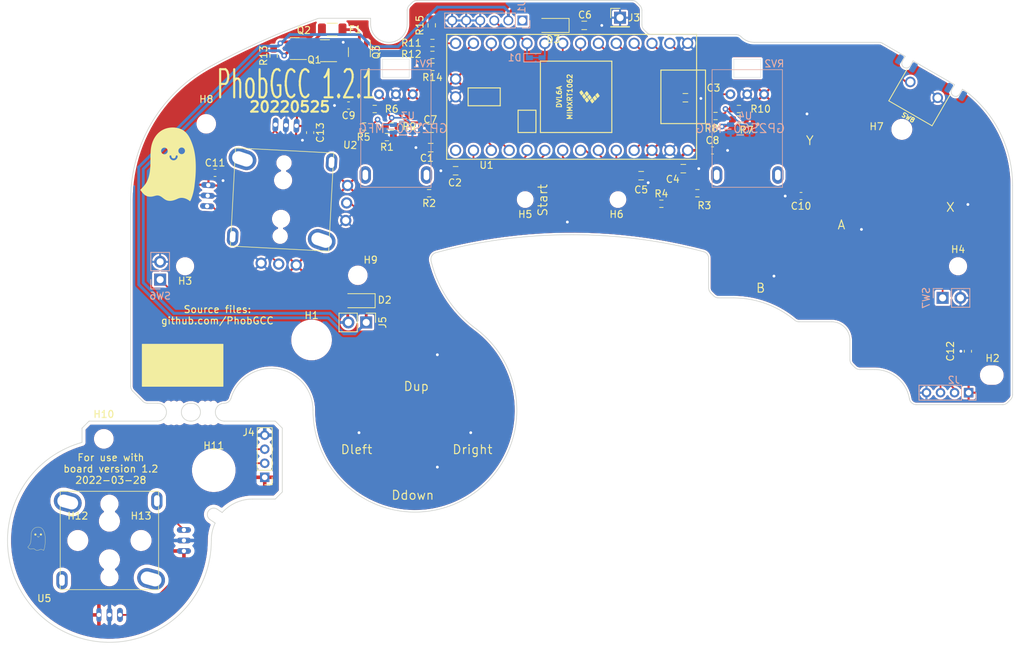
<source format=kicad_pcb>
(kicad_pcb (version 20211014) (generator pcbnew)
  (layers (0 "F.Cu" signal) (31 "B.Cu" signal) (36 "B.SilkS" user "B.Silkscreen") (37 "F.SilkS" user "F.Silkscreen") (38 "B.Mask" user) (39 "F.Mask" user) (44 "Edge.Cuts" user))
  (net 0 "")
  (net 1 "GND")
  (net 2 "+3V3")
  (net 3 "/C_x")
  (net 4 "/C_y")
  (net 5 "/A")
  (net 6 "/B")
  (net 7 "/X")
  (net 8 "/Y")
  (net 9 "/R")
  (net 10 "/Start")
  (net 11 "/Z")
  (net 12 "/Dleft")
  (net 13 "/Dup")
  (net 14 "/Dright")
  (net 15 "/Ddown")
  (net 16 "/Lanalog")
  (net 17 "/Ranalog")
  (net 18 "/Stick_x")
  (net 19 "/Stick_y")
  (net 20 "/L")
  (net 21 "/Stick_x_filt")
  (net 22 "/Stick_y_filt")
  (net 23 "+5V")
  (net 25 "/Rumble")
  (net 27 "/C_x_filt")
  (net 28 "/C_y_filt")
  (net 29 "Net-(R5-Pad2)")
  (net 30 "Net-(R6-Pad2)")
  (net 31 "Net-(R7-Pad2)")
  (net 32 "Net-(Q1-Pad1)")
  (net 33 "Net-(R10-Pad2)")
  (net 34 "Net-(C6-Pad1)")
  (net 35 "Net-(F1-Pad2)")
  (net 36 "Net-(Q1-Pad3)")
  (net 37 "/Brake")
  (net 38 "Net-(Q3-Pad1)")
  (net 39 "Net-(D2-Pad2)")
  (net 40 "/Data")
  (net 42 "Net-(D1-Pad2)")
  (net 43 "VCC")
  (net 44 "Net-(J4-Pad2)")
  (net 45 "Net-(J4-Pad3)")
  (footprint "PhobGCC_Footprints:ABXY_Contact_Omron_Switch" (layer "F.Cu") (at 153.85 78.35)
    (fp_text reference "SW1" hide)
    (fp_text value "A")
  )
  (footprint "PhobGCC_Footprints:ABXY_Contact_Omron_Switch" (layer "F.Cu") (at 138.65 86.05 41)
    (fp_text reference "SW2" hide)
    (fp_text value "B")
  )
  (footprint "PhobGCC_Footprints:Z_Switch_Edge" (layer "F.Cu") (at 162.751443 62.775 -30)
    (fp_text reference "SW8")
    (fp_text value "1825027-5")
  )
  (footprint "PhobGCC_Footprints:Dpad_Contact_TL3315NF_2" (layer "F.Cu") (at 82.35 108.4 180)
    (fp_text reference "SW9" hide)
    (fp_text value "Dleft")
  )
  (footprint "PhobGCC_Footprints:Dpad_Contact_TL3315NF_2" (layer "F.Cu") (at 90.3 100.45 -90)
    (fp_text reference "SW10" hide)
    (fp_text value "Dup")
  )
  (footprint "PhobGCC_Footprints:Dpad_Contact_TL3315NF_2" (layer "F.Cu") (at 98.25 108.4 180)
    (fp_text reference "SW11" hide)
    (fp_text value "Dright")
  )
  (footprint "PhobGCC_Footprints:Dpad_Contact_TL3315NF_2" (layer "F.Cu") (at 90.3 116.35 -90)
    (fp_text reference "SW12" hide)
    (fp_text value "Ddown")
  )
  (footprint "Capacitor_SMD:C_0603_1608Metric_Pad1.08x0.95mm_HandSolder" (layer "F.Cu") (at 61.8625 74.6)
    (fp_text reference "C11")
    (fp_text value "1u")
  )
  (footprint "PhobGCC_Footprints:GCC_Stickbox_2" (layer "F.Cu") (at 71.405083 78.398232 -3)
    (fp_text reference "U2")
    (fp_text value "2x DRV5053CAQLPGM Hall Effect Sensors")
  )
  (footprint "Capacitors_SMD:C_0603_HandSoldering" (layer "F.Cu") (at 96.1 74.3 180)
    (fp_text reference "C2")
    (fp_text value "0.047u")
  )
  (footprint "Capacitors_SMD:C_0603_HandSoldering" (layer "F.Cu") (at 92.55 71 180)
    (fp_text reference "C1")
    (fp_text value "0.047u")
  )
  (footprint "Capacitors_SMD:C_0603_HandSoldering" (layer "F.Cu") (at 92.6 68.25 180)
    (fp_text reference "C7")
    (fp_text value "0.047u")
  )
  (footprint "Capacitors_SMD:C_0603_HandSoldering" (layer "F.Cu") (at 128.8 63.9)
    (fp_text reference "C3")
    (fp_text value "0.047u")
  )
  (footprint "Capacitors_SMD:C_0603_HandSoldering" (layer "F.Cu") (at 128.5 74)
    (fp_text reference "C4")
    (fp_text value "0.047u")
  )
  (footprint "PhobGCC_Footprints:Start_Contact" (layer "F.Cu") (at 112.6 78.45)
    (fp_text reference "SW5" hide)
    (fp_text value "Start")
  )
  (footprint "PhobGCC_Footprints:ABXY_Contact_Omron_Switch" (layer "F.Cu") (at 149.85 64.25 -63)
    (fp_text reference "SW4" hide)
    (fp_text value "Y")
  )
  (footprint "Connector_PinHeader_2.54mm:PinHeader_1x01_P2.54mm_Vertical" (layer "F.Cu") (at 119.5 52.5)
    (fp_text reference "J3")
    (fp_text value "Conn_01x01_Male")
  )
  (footprint "teensy:Teensy40_Edge_Pins" (layer "F.Cu") (at 112.61 63.77 180)
    (fp_text reference "U1")
    (fp_text value "Teensy4.0")
  )
  (footprint "PhobGCC_Footprints:MountingHole_5.2mm" (layer "F.Cu") (at 75.6 98.4)
    (fp_text reference "H1")
    (fp_text value "5.2mm")
  )
  (footprint "PhobGCC_Footprints:MountingHole_2.0mm" (layer "F.Cu") (at 57.6 87.9)
    (fp_text reference "H3")
    (fp_text value "2mm")
  )
  (footprint "PhobGCC_Footprints:MountingHole_1.8mm" (layer "F.Cu") (at 106 78.4)
    (fp_text reference "H5")
    (fp_text value "1.8mm")
  )
  (footprint "PhobGCC_Footprints:MountingHole_1.8mm" (layer "F.Cu") (at 119.2 78.4)
    (fp_text reference "H6")
    (fp_text value "1.8mm")
  )
  (footprint "PhobGCC_Footprints:MountingHole_2.4mm" (layer "F.Cu") (at 159.6 68.4)
    (fp_text reference "H7")
    (fp_text value "2.4mm")
  )
  (footprint "PhobGCC_Footprints:MountingHole_2.0mm" (layer "F.Cu") (at 167.6 87.9)
    (fp_text reference "H4")
    (fp_text value "2mm")
  )
  (footprint "PhobGCC_Footprints:MountingHole_2.2mm" (layer "F.Cu") (at 60.616622 67.616621)
    (fp_text reference "H8")
    (fp_text value "2.2mm")
  )
  (footprint "PhobGCC_Footprints:ABXY_Contact_Omron_Switch" (layer "F.Cu") (at 168.15 74.95 12)
    (fp_text reference "SW3" hide)
    (fp_text value "X")
  )
  (footprint "PhobGCC_Footprints:Slot" (layer "F.Cu") (at 172.4 103.4)
    (fp_text reference "H2")
    (fp_text value "Slot")
  )
  (footprint "PhobGCC_Footprints:MountingHole_2.2mm" (layer "F.Cu") (at 82.183378 89.183378)
    (fp_text reference "H9")
    (fp_text value "2.2mm")
  )
  (footprint "Capacitors_SMD:C_0603_HandSoldering" (layer "F.Cu") (at 122.5 75)
    (fp_text reference "C5")
    (fp_text value "0.047u")
  )
  (footprint "Resistor_SMD:R_0603_1608Metric_Pad0.98x0.95mm_HandSolder" (layer "F.Cu") (at 92.325 77.5 180)
    (fp_text reference "R2")
    (fp_text value "2k")
  )
  (footprint "Resistor_SMD:R_0603_1608Metric_Pad0.98x0.95mm_HandSolder" (layer "F.Cu") (at 86.325 69.5 180)
    (fp_text reference "R1")
    (fp_text value "2k")
  )
  (footprint "Capacitors_SMD:C_0603_HandSoldering" (layer "F.Cu") (at 114.4 53.6)
    (fp_text reference "C6")
    (fp_text value "10u")
  )
  (footprint "Capacitor_SMD:C_0603_1608Metric_Pad1.08x0.95mm_HandSolder" (layer "F.Cu") (at 132.65 71.4)
    (fp_text reference "C8")
    (fp_text value "1u")
  )
  (footprint "Capacitor_SMD:C_0603_1608Metric_Pad1.08x0.95mm_HandSolder" (layer "F.Cu") (at 169 100 90)
    (fp_text reference "C12")
    (fp_text value "1u")
  )
  (footprint "Capacitor_SMD:C_0603_1608Metric_Pad1.08x0.95mm_HandSolder" (layer "F.Cu") (at 145.25 77.9 180)
    (fp_text reference "C10")
    (fp_text value "1u")
  )
  (footprint "Resistor_SMD:R_1206_3216Metric" (layer "F.Cu") (at 78.5375 54.2)
    (fp_text reference "F1")
    (fp_text value "Fuse")
  )
  (footprint "Resistor_SMD:R_0603_1608Metric_Pad0.98x0.95mm_HandSolder" (layer "F.Cu") (at 92.8 59.5)
    (fp_text reference "R14")
    (fp_text value "10k")
  )
  (footprint "Resistor_SMD:R_0603_1608Metric_Pad0.98x0.95mm_HandSolder" (layer "F.Cu") (at 136.4125 67 180)
    (fp_text reference "R7")
    (fp_text value "DNP")
  )
  (footprint "Capacitor_SMD:C_0603_1608Metric_Pad1.08x0.95mm_HandSolder" (layer "F.Cu") (at 75.4 68.8625 -90)
    (fp_text reference "C13")
    (fp_text value "1u")
  )
  (footprint "PhobGCC_Footprints:mouse-bite-2.54mm-slot" (layer "F.Cu") (at 58.341 107.407)
    (fp_text reference "H15" hide)
    (fp_text value "MouseBite" hide)
    (fp_arc (start -4.66 0) (mid -3.39 1.27) (end -4.66 2.54) (layer "Edge.Cuts") (width 0.1))
    (fp_arc (start 0 2.54) (mid -1.27 1.27) (end 0 0) (layer "Edge.Cuts") (width 0.1))
  )
  (footprint "Diode_SMD:D_SOD-123" (layer "F.Cu") (at 110 53.6 180)
    (fp_text reference "D3")
    (fp_text value "M7C")
  )
  (footprint "Resistor_SMD:R_0603_1608Metric_Pad0.98x0.95mm_HandSolder" (layer "F.Cu") (at 130.5 77.5)
    (fp_text reference "R3")
    (fp_text value "2k")
  )
  (footprint "PhobGCC_Footprints:mouse-bite-2.54mm-slot" (layer "F.Cu") (at 63.177448 107.407107)
    (fp_text reference "H14" hide)
    (fp_text value "MouseBite" hide)
    (fp_arc (start -4.66 0) (mid -3.39 1.27) (end -4.66 2.54) (layer "Edge.Cuts") (width 0.1))
    (fp_arc (start 0 2.54) (mid -1.27 1.27) (end 0 0) (layer "Edge.Cuts") (width 0.1))
  )
  (footprint "Connector_PinHeader_2.00mm:PinHeader_1x04_P2.00mm_Vertical" (layer "F.Cu") (at 68.934 117.951 180)
    (fp_text reference "J4")
    (fp_text value "Conn_01x04_Male")
  )
  (footprint "Resistor_SMD:R_0603_1608Metric_Pad0.98x0.95mm_HandSolder" (layer "F.Cu") (at 125.375 79)
    (fp_text reference "R4")
    (fp_text value "2k")
  )
  (footprint "Resistor_SMD:R_0603_1608Metric_Pad0.98x0.95mm_HandSolder" (layer "F.Cu") (at 133.0875 66.5 180)
    (fp_text reference "R8")
    (fp_text value "DNP")
  )
  (footprint "Package_TO_SOT_SMD:SOT-23" (layer "F.Cu") (at 82.4 57.4 -90)
    (fp_text reference "Q3")
    (fp_text value "Q_NMOS_GSD")
  )
  (footprint "Resistor_SMD:R_0603_1608Metric_Pad0.98x0.95mm_HandSolder" (layer "F.Cu") (at 70.2 57.9 90)
    (fp_text reference "R13")
    (fp_text value "10k")
  )
  (footprint "Capacitor_SMD:C_0603_1608Metric_Pad1.08x0.95mm_HandSolder" (layer "F.Cu") (at 80.8625 65 180)
    (fp_text reference "C9")
    (fp_text value "1u")
  )
  (footprint "Resistor_SMD:R_0603_1608Metric_Pad0.98x0.95mm_HandSolder" (layer "F.Cu") (at 83.0875 68)
    (fp_text reference "R5")
    (fp_text value "DNP")
  )
  (footprint "Resistor_SMD:R_0603_1608Metric_Pad0.98x0.95mm_HandSolder" (layer "F.Cu") (at 92.7 53.5875 -90)
    (fp_text reference "R15")
    (fp_text value "10k")
  )
  (footprint "Connector_PinHeader_2.54mm:PinHeader_1x02_P2.54mm_Vertical" (layer "F.Cu") (at 83.375 95.9 -90)
    (fp_text reference "J5")
    (fp_text value "Conn_01x02_Male")
  )
  (footprint "PhobGCC_Footprints:Ghost Logo 2" (layer "F.Cu") (at 55.4 73.5)
    (fp_text reference "G***" hide)
    (fp_text value "LOGO" hide)
  )
  (footprint "Resistor_SMD:R_0603_1608Metric_Pad0.98x0.95mm_HandSolder" (layer "F.Cu") (at 84.5875 65.5)
    (fp_text reference "R6")
    (fp_text value "DNP")
  )
  (footprint "PhobGCC_Footprints:GCC_Stickbox_Hall_Only" (layer "F.Cu") (at 46.834 126.951 180)
    (fp_text reference "U5")
    (fp_text value "Stickbox_Assembly")
  )
  (footprint "PhobGCC_Footprints:MountingHole_5.2mm" (layer "F.Cu") (at 61.684 116.951)
    (fp_text reference "H11")
    (fp_text value "MountingHole")
  )
  (footprint "Package_TO_SOT_SMD:SOT-23" (layer "F.Cu") (at 77.5 57.2 180)
    (fp_text reference "Q1")
    (fp_text value "Q_NMOS_GSD")
  )
  (footprint "Diode_SMD:D_SOD-123" (layer "F.Cu") (at 82.4 92.8 180)
    (fp_text reference "D2")
    (fp_text value "M7C")
  )
  (footprint "PhobGCC_Footprints:MountingHole_2.0mm" (layer "F.Cu") (at 51.334 126.951)
    (fp_text reference "H13")
    (fp_text value "MountingHole")
  )
  (footprint "Resistor_SMD:R_0603_1608Metric_Pad0.98x0.95mm_HandSolder" (layer "F.Cu") (at 92.8 56.1 180)
    (fp_text reference "R11")
    (fp_text value "100R")
  )
  (footprint "Resistor_SMD:R_0603_1608Metric_Pad0.98x0.95mm_HandSolder" (layer "F.Cu") (at 136.4125 65.5 180)
    (fp_text reference "R10")
    (fp_text value "DNP")
  )
  (footprint "Gamecube MB:Ghost Logo Small" (layer "F.Cu") (at 36.534 126.751)
    (fp_text reference "G***" hide)
    (fp_text value "LOGO" hide)
  )
  (footprint "PhobGCC_Footprints:MountingHole_2.0mm" (layer "F.Cu") (at 42.334 126.951)
    (fp_text reference "H12")
    (fp_text value "MountingHole")
  )
  (footprint "PhobGCC_Footprints:MountingHole_1.8mm" (layer "F.Cu") (at 46.034 112.476)
    (fp_text reference "H10")
    (fp_text value "MountingHole")
  )
  (footprint "Resistor_SMD:R_0603_1608Metric_Pad0.98x0.95mm_HandSolder" (layer "F.Cu") (at 87 68)
    (fp_text reference "R9")
    (fp_text value "DNP")
  )
  (footprint "Package_TO_SOT_SMD:SOT-23" (layer "F.Cu") (at 73.2 56.9 180)
    (fp_text reference "Q2")
    (fp_text value "Q_PMOS_GDS")
  )
  (footprint "Resistor_SMD:R_0603_1608Metric_Pad0.98x0.95mm_HandSolder" (layer "F.Cu") (at 92.8 57.8 180)
    (fp_text reference "R12")
    (fp_text value "100R")
  )
  (footprint "Pin_Headers:Pin_Header_Straight_1x02_Pitch2.54mm" (layer "B.Cu") (at 54.05 89.8)
    (fp_text reference "SW6")
    (fp_text value "L")
  )
  (footprint "Pin_Headers:Pin_Header_Straight_1x02_Pitch2.54mm" (layer "B.Cu") (at 165.4 92.4 -90)
    (fp_text reference "SW7")
    (fp_text value "R")
  )
  (footprint "PhobGCC_Footprints:GCC_Slider" (layer "B.Cu") (at 137.6 63.4 180)
    (fp_text reference "RV2")
    (fp_text value "R_POT_MountingPin")
  )
  (footprint "PhobGCC_Footprints:GCC_Slider" (layer "B.Cu") (at 87.6 63.4 180)
    (fp_text reference "RV1")
    (fp_text value "R_POT_MountingPin")
  )
  (footprint "Pin_Headers:Pin_Header_Straight_1x04_Pitch2.00mm" (layer "B.Cu") (at 169.1 105.9 90)
    (fp_text reference "J2")
    (fp_text value "Conn_01x04_Female")
  )
  (footprint "PhobGCC_Footprints:GCC_Header_Straight_1x06_Pitch2.00mm" (layer "B.Cu") (at 105.6 52.9 90)
    (fp_text reference "J1")
    (fp_text value "Conn_01x06_Female")
  )
  (footprint "Gamecube MB:D_SOD-523_Shorted" (layer "B.Cu") (at 107.5 58.2)
    (fp_text reference "D1")
    (fp_text value "D_Schottky_Shorted")
  )
  (footprint "PhobGCC_Footprints:Sharp_Microelectronics-GP2S60-MFG" (layer "B.Cu") (at 88.6 68.275 180)
    (fp_text reference "U3")
    (fp_text value "GP2S60-MFG")
  )
  (footprint "PhobGCC_Footprints:Sharp_Microelectronics-GP2S60-MFG" (layer "B.Cu") (at 136.6 68.275 180)
    (fp_text reference "U4")
    (fp_text value "GP2S60-MFG")
  )
  (gr_poly (pts (xy 63 105) (xy 51.5 105) (xy 51.5 99) (xy 63 99)) (layer "F.SilkS") (width 0.1) (fill solid))
  (gr_line (start 85.7 61) (end 85.7 58.4) (layer "Edge.Cuts") (width 0.05))
  (gr_line (start 135.7 61) (end 135.7 58.4) (layer "Edge.Cuts") (width 0.05))
  (gr_line (start 161.660995 107.607107) (end 173.942892 107.607107) (layer "Edge.Cuts") (width 0.1))
  (gr_line (start 166.697895 62.732132) (end 167.096672 62.038607) (layer "Edge.Cuts") (width 0.1))
  (gr_arc (start 52.271319 107.407107) (mid 51.888636 107.330986) (end 51.564213 107.114213) (layer "Edge.Cuts") (width 0.1))
  (gr_line (start 53.681 107.407) (end 52.271319 107.407107) (layer "Edge.Cuts") (width 0.1))
  (gr_line (start 152.207106 98.407107) (end 152.207106 101.192893) (layer "Edge.Cuts") (width 0.1))
  (gr_line (start 153.621319 102.607107) (end 155.744915 102.607107) (layer "Edge.Cuts") (width 0.1))
  (gr_line (start 71.434 110.951) (end 70.433 109.947107) (layer "Edge.Cuts") (width 0.1))
  (gr_line (start 160.074731 58.000991) (end 156.838573 56.1402) (layer "Edge.Cuts") (width 0.1))
  (gr_arc (start 167.824873 63.380144) (mid 166.937378 63.619627) (end 166.697895 62.732132) (layer "Edge.Cuts") (width 0.1))
  (gr_line (start 135.7 58.4) (end 139.5 58.4) (layer "Edge.Cuts") (width 0.05))
  (gr_arc (start 49.857105 78.407105) (mid 52.89857 67.369144) (end 61.164446 59.446874) (layer "Edge.Cuts") (width 0.1))
  (gr_line (start 174.649999 107.314213) (end 175.064212 106.9) (layer "Edge.Cuts") (width 0.1))
  (gr_line (start 161.201709 58.649003) (end 160.802932 59.342529) (layer "Edge.Cuts") (width 0.1))
  (gr_line (start 89.5 61) (end 85.7 61) (layer "Edge.Cuts") (width 0.05))
  (gr_arc (start 131.359616 85.813703) (mid 131.898469 86.16995) (end 132.107106 86.781297) (layer "Edge.Cuts") (width 0.1))
  (gr_line (start 43.934 109.947107) (end 42.934 110.951) (layer "Edge.Cuts") (width 0.1))
  (gr_arc (start 92.608864 87.15648) (mid 92.720453 86.410866) (end 93.320992 85.955076) (layer "Edge.Cuts") (width 0.1))
  (gr_arc (start 89.207106 53.407107) (mid 86.607106 56.007107) (end 84.007106 53.407107) (layer "Edge.Cuts") (width 0.1))
  (gr_line (start 89.207106 51.450963) (end 89.207106 53.407107) (layer "Edge.Cuts") (width 0.1))
  (gr_arc (start 89.207106 51.450963) (mid 89.283226 51.068279) (end 89.499999 50.743856) (layer "Edge.Cuts") (width 0.1))
  (gr_line (start 168.607106 62.907107) (end 168.22365 62.68662) (layer "Edge.Cuts") (width 0.1))
  (gr_arc (start 133.521318 92.407107) (mid 133.138635 92.330986) (end 132.814212 92.114213) (layer "Edge.Cuts") (width 0.1))
  (gr_arc (start 93.320992 85.955077) (mid 112.331099 83.40762) (end 131.359616 85.813703) (layer "Edge.Cuts") (width 0.1))
  (gr_arc (start 138.607106 56.007107) (mid 137.591534 55.800559) (end 136.737319 55.213733) (layer "Edge.Cuts") (width 0.1))
  (gr_arc (start 61.334 126.951) (mid 61.472532 125.679653) (end 61.881893 124.468069) (layer "Edge.Cuts") (width 0.1))
  (gr_line (start 61.181382 124.001563) (end 61.881893 124.468069) (layer "Edge.Cuts") (width 0.1))
  (gr_line (start 132.399999 91.7) (end 132.814212 92.114213) (layer "Edge.Cuts") (width 0.1))
  (gr_line (start 49.857106 78.407107) (end 49.857106 104.992893) (layer "Edge.Cuts") (width 0.1))
  (gr_line (start 42.934 110.951) (end 42.934 112.985328) (layer "Edge.Cuts") (width 0.1))
  (gr_line (start 53.681 109.947) (end 43.934 109.947107) (layer "Edge.Cuts") (width 0.1))
  (gr_arc (start 122.314213 50.743856) (mid 122.530986 51.068279) (end 122.607106 51.450963) (layer "Edge.Cuts") (width 0.1))
  (gr_line (start 152.499999 101.9) (end 152.914212 102.314213) (layer "Edge.Cuts") (width 0.1))
  (gr_arc (start 168.607106 62.907107) (mid 173.575565 68.860378) (end 175.357106 76.407107) (layer "Edge.Cuts") (width 0.1))
  (gr_line (start 58.341 107.407) (end 58.517448 107.407) (layer "Edge.Cuts") (width 0.1))
  (gr_arc (start 61.181382 124.001563) (mid 60.931149 122.753612) (end 62.1791 122.503378) (layer "Edge.Cuts") (width 0.1))
  (gr_arc (start 76.443548 52.638395) (mid 76.609241 52.594793) (end 76.779945 52.580115) (layer "Edge.Cuts") (width 0.1))
  (gr_line (start 89.914212 50.329643) (end 89.499999 50.743856) (layer "Edge.Cuts") (width 0.1))
  (gr_arc (start 135.607106 92.407106) (mid 140.249987 93.223411) (end 144.335996 95.574417) (layer "Edge.Cuts") (width 0.1))
  (gr_arc (start 144.977271 95.807106) (mid 144.636178 95.747135) (end 144.335996 95.574417) (layer "Edge.Cuts") (width 0.1))
  (gr_line (start 168.22365 62.68662) (end 167.824873 63.380145) (layer "Edge.Cuts") (width 0.1))
  (gr_line (start 139.5 58.4) (end 139.5 61) (layer "Edge.Cuts") (width 0.05))
  (gr_line (start 122.607106 53.494375) (end 122.607106 51.450963) (layer "Edge.Cuts") (width 0.1))
  (gr_arc (start 124.021319 54.908589) (mid 123.638635 54.832469) (end 123.314212 54.615696) (layer "Edge.Cuts") (width 0.1))
  (gr_line (start 84.007106 52.580115) (end 76.779945 52.580115) (layer "Edge.Cuts") (width 0.1))
  (gr_line (start 70.434 121.051) (end 71.434 120.051) (layer "Edge.Cuts") (width 0.1))
  (gr_line (start 122.314212 50.743856) (end 121.899999 50.329643) (layer "Edge.Cuts") (width 0.1))
  (gr_arc (start 64.135292 106.694399) (mid 70.711063 102.508705) (end 75.807105 108.407107) (layer "Edge.Cuts") (width 0.1))
  (gr_line (start 85.7 58.4) (end 89.5 58.4) (layer "Edge.Cuts") (width 0.05))
  (gr_arc (start 155.744914 102.607106) (mid 158.972401 103.788293) (end 160.674982 106.773773) (layer "Edge.Cuts") (width 0.1))
  (gr_line (start 167.096672 62.038607) (end 161.201709 58.649003) (layer "Edge.Cuts") (width 0.1))
  (gr_arc (start 122.899999 54.201482) (mid 122.683226 53.877059) (end 122.607106 53.494375) (layer "Edge.Cuts") (width 0.1))
  (gr_line (start 132.107106 86.781297) (end 132.107106 90.992893) (layer "Edge.Cuts") (width 0.1))
  (gr_arc (start 98.971544 96.780519) (mid 96.811553 121.366358) (end 75.807105 108.407107) (layer "Edge.Cuts") (width 0.1))
  (gr_arc (start 89.914212 50.329642) (mid 90.238635 50.112869) (end 90.621319 50.036749) (layer "Edge.Cuts") (width 0.1))
  (gr_line (start 84.007106 53.407107) (end 84.007106 52.580115) (layer "Edge.Cuts") (width 0.1))
  (gr_arc (start 153.621318 102.607107) (mid 153.238635 102.530986) (end 152.914212 102.314213) (layer "Edge.Cuts") (width 0.1))
  (gr_line (start 136.01817 54.908589) (end 124.021319 54.908589) (layer "Edge.Cuts") (width 0.1))
  (gr_line (start 71.434 120.051) (end 71.434 110.951) (layer "Edge.Cuts") (width 0.1))
  (gr_arc (start 61.164445 59.446874) (mid 68.67439 55.751781) (end 76.443548 52.638394) (layer "Edge.Cuts") (width 0.1))
  (gr_line (start 175.357106 106.192893) (end 175.357106 76.407107) (layer "Edge.Cuts") (width 0.1))
  (gr_arc (start 152.499999 101.9) (mid 152.283226 101.575577) (end 152.207106 101.192893) (layer "Edge.Cuts") (width 0.1))
  (gr_arc (start 161.660994 107.607107) (mid 161.015497 107.370869) (end 160.674982 106.773773) (layer "Edge.Cuts") (width 0.1))
  (gr_arc (start 62.87961 122.969883) (mid 64.854619 121.551634) (end 67.234 121.051) (layer "Edge.Cuts") (width 0.1))
  (gr_line (start 121.192892 50.036749) (end 90.621319 50.036749) (layer "Edge.Cuts") (width 0.1))
  (gr_line (start 156.340102 56.007107) (end 138.607106 56.007107) (layer "Edge.Cuts") (width 0.1))
  (gr_line (start 89.5 58.4) (end 89.5 61) (layer "Edge.Cuts") (width 0.05))
  (gr_line (start 50.15 105.7) (end 51.564213 107.114213) (layer "Edge.Cuts") (width 0.1))
  (gr_line (start 159.675954 58.694516) (end 160.074731 58.000991) (layer "Edge.Cuts") (width 0.1))
  (gr_arc (start 160.802932 59.342528) (mid 159.915437 59.582011) (end 159.675954 58.694516) (layer "Edge.Cuts") (width 0.1))
  (gr_line (start 139.5 61) (end 135.7 61) (layer "Edge.Cuts") (width 0.05))
  (gr_arc (start 174.649999 107.314214) (mid 174.325576 107.530987) (end 173.942892 107.607107) (layer "Edge.Cuts") (width 0.1))
  (gr_arc (start 175.357106 106.192894) (mid 175.280985 106.575577) (end 175.064212 106.9) (layer "Edge.Cuts") (width 0.1))
  (gr_arc (start 121.192893 50.036749) (mid 121.575576 50.11287) (end 121.899999 50.329643) (layer "Edge.Cuts") (width 0.1))
  (gr_arc (start 98.971543 96.780519) (mid 94.948818 92.52476) (end 92.608865 87.156481) (layer "Edge.Cuts") (width 0.1))
  (gr_arc (start 149.607106 95.807107) (mid 151.445584 96.568629) (end 152.207106 98.407107) (layer "Edge.Cuts") (width 0.1))
  (gr_arc (start 136.01817 54.908589) (mid 136.408775 54.98803) (end 136.737319 55.213733) (layer "Edge.Cuts") (width 0.1))
  (gr_arc (start 61.334 126.951) (mid 38.067168 138.501444) (end 42.934 112.985328) (layer "Edge.Cuts") (width 0.1))
  (gr_line (start 63.177448 109.947107) (end 70.433 109.947107) (layer "Edge.Cuts") (width 0.1))
  (gr_arc (start 156.340102 56.007106) (mid 156.598069 56.040952) (end 156.838573 56.1402) (layer "Edge.Cuts") (width 0.1))
  (gr_line (start 123.314212 54.615696) (end 122.899999 54.201482) (layer "Edge.Cuts") (width 0.1))
  (gr_arc (start 64.135291 106.694399) (mid 63.774387 107.209362) (end 63.177448 107.407107) (layer "Edge.Cuts") (width 0.1))
  (gr_line (start 144.977271 95.807107) (end 149.607106 95.807107) (layer "Edge.Cuts") (width 0.1))
  (gr_arc (start 132.399999 91.7) (mid 132.183226 91.375577) (end 132.107106 90.992893) (layer "Edge.Cuts") (width 0.1))
  (gr_arc (start 50.149999 105.7) (mid 49.933226 105.375577) (end 49.857106 104.992893) (layer "Edge.Cuts") (width 0.1))
  (gr_line (start 67.234 121.051) (end 70.434 121.051) (layer "Edge.Cuts") (width 0.1))
  (gr_line (start 62.87961 122.969883) (end 62.1791 122.503378) (layer "Edge.Cuts") (width 0.1))
  (gr_line (start 58.517448 109.947107) (end 58.341 109.947107) (layer "Edge.Cuts") (width 0.1))
  (gr_line (start 133.521319 92.407107) (end 135.607106 92.407107) (layer "Edge.Cuts") (width 0.1))
  (gr_text "For use with\nboard version 1.2\n2022-03-28" (at 47.034 116.751) (layer "F.SilkS") (effects (font (size 1 1))))
  (gr_text "20220525" (at 72.5 65.2) (layer "F.SilkS") (effects (font (size 1.5 1.5) (thickness 0.3))))
  (gr_text "PhobGCC 1.2.1" (at 73.4 62) (layer "F.SilkS") (effects (font (size 4 2) (thickness 0.3))))
  (gr_text "Source files:\ngithub.com/PhobGCC" (at 62.2 94.85) (layer "F.SilkS") (effects (font (size 1 1))))
  (segment (start 80.8625 56.4625) (end 80.4 56) (width 0.4) (layer "F.Cu") (net 1))
  (segment (start 81.45 56.4625) (end 80.8625 56.4625) (width 0.4) (layer "F.Cu") (net 1))
  (segment (start 74.3 69.95) (end 74.525 69.725) (width 0.25) (layer "F.Cu") (net 1))
  (segment (start 168.8625 99.1375) (end 168 100) (width 0.25) (layer "F.Cu") (net 1))
  (segment (start 74.525 69.725) (end 75.4 69.725) (width 0.25) (layer "F.Cu") (net 1))
  (segment (start 144.3 77.9) (end 143 77.9) (width 0.4) (layer "F.Cu") (net 1))
  (segment (start 92.925 52.9) (end 95.6 52.9) (width 0.25) (layer "F.Cu") (net 1))
  (segment (start 90.8 59.5) (end 90.6 59.3) (width 0.25) (layer "F.Cu") (net 1))
  (segment (start 129.75 63.9) (end 130.9 63.9) (width 0.25) (layer "F.Cu") (net 1))
  (segment (start 80.4 56) (end 80.1 56) (width 0.4) (layer "F.Cu") (net 1))
  (segment (start 62.725 75.425) (end 63 75.7) (width 0.25) (layer "F.Cu") (net 1))
  (segment (start 115.35 53.6) (end 116.9 53.6) (width 0.4) (layer "F.Cu") (net 1))
  (segment (start 123.5 76) (end 123.5 75.05) (width 0.25) (layer "F.Cu") (net 1))
  (segment (start 129.45 74) (end 130.700002 74) (width 0.25) (layer "F.Cu") (net 1))
  (segment (start 95.15 74.3) (end 94.000002 74.3) (width 0.25) (layer "F.Cu") (net 1))
  (segment (start 62.725 74.6) (end 62.725 75.425) (width 0.25) (layer "F.Cu") (net 1))
  (segment (start 91.6 71) (end 90.450002 71) (width 0.25) (layer "F.Cu") (net 1))
  (segment (start 80 65) (end 78.8625 65) (width 0.25) (layer "F.Cu") (net 1))
  (segment (start 79.85 56.25) (end 80.1 56) (width 0.4) (layer "F.Cu") (net 1))
  (segment (start 134.8 71.4) (end 133.6 71.4) (width 0.4) (layer "F.Cu") (net 1))
  (segment (start 91.8875 59.5) (end 90.8 59.5) (width 0.25) (layer "F.Cu") (net 1))
  (segment (start 130.9 63.9) (end 131 64) (width 0.25) (layer "F.Cu") (net 1))
  (segment (start 78.4375 56.25) (end 79.85 56.25) (width 0.4) (layer "F.Cu") (net 1))
  (via (at 98.25 111.6) (size 0.8) (drill 0.4) (layers "F.Cu" "B.Cu") (net 1))
  (via (at 91.65 68.25) (size 0.8) (drill 0.4) (layers "F.Cu" "B.Cu") (net 1))
  (via (at 80.1 56) (size 0.8) (drill 0.4) (layers "F.Cu" "B.Cu") (net 1))
  (via (at 123.5 76) (size 0.8) (drill 0.4) (layers "F.Cu" "B.Cu") (net 1))
  (via (at 143 77.9) (size 0.8) (drill 0.4) (layers "F.Cu" "B.Cu") (net 1))
  (via (at 94.000002 74.3) (size 0.8) (drill 0.4) (layers "F.Cu" "B.Cu") (net 1))
  (via (at 112 81.6) (size 0.8) (drill 0.4) (layers "F.Cu" "B.Cu") (net 1))
  (via (at 63 75.7) (size 0.8) (drill 0.4) (layers "F.Cu" "B.Cu") (net 1))
  (via (at 93.5 116.5) (size 0.8) (drill 0.4) (layers "F.Cu" "B.Cu") (net 1))
  (via (at 78.8625 65) (size 0.8) (drill 0.4) (layers "F.Cu" "B.Cu") (net 1))
  (via (at 130.700002 74) (size 0.8) (drill 0.4) (layers "F.Cu" "B.Cu") (net 1))
  (via (at 90.6 59.3) (size 0.8) (drill 0.4) (layers "F.Cu" "B.Cu") (net 1))
  (via (at 169 79.1) (size 0.8) (drill 0.4) (layers "F.Cu" "B.Cu") (net 1))
  (via (at 131 64) (size 0.8) (drill 0.4) (layers "F.Cu" "B.Cu") (net 1))
  (via (at 146.1 66.2) (size 0.8) (drill 0.4) (layers "F.Cu" "B.Cu") (net 1))
  (via (at 153.85 82.65) (size 0.8) (drill 0.4) (layers "F.Cu" "B.Cu") (net 1))
  (via (at 93.5 100.5) (size 0.8) (drill 0.4) (layers "F.Cu" "B.Cu") (net 1))
  (via (at 116.9 53.6) (size 0.8) (drill 0.4) (layers "F.Cu" "B.Cu") (net 1))
  (via (at 90.450002 71) (size 0.8) (drill 0.4) (layers "F.Cu" "B.Cu") (net 1))
  (via (at 134.8 71.4) (size 0.8) (drill 0.4) (layers "F.Cu" "B.Cu") (net 1))
  (via (at 74.3 69.95) (size 0.8) (drill 0.4) (layers "F.Cu" "B.Cu") (net 1))
  (via (at 141.4 89.3) (size 0.8) (drill 0.4) (layers "F.Cu" "B.Cu") (net 1))
  (via (at 168 100) (size 0.8) (drill 0.4) (layers "F.Cu" "B.Cu") (net 1))
  (via (at 82.35 111.6) (size 0.8) (drill 0.4) (layers "F.Cu" "B.Cu") (net 1))
  (segment (start 89.95 68.825) (end 91.075 68.825) (width 0.25) (layer "B.Cu") (net 1))
  (segment (start 91.075 68.825) (end 91.65 68.25) (width 0.25) (layer "B.Cu") (net 1))
  (segment (start 131.325 77.5) (end 139.2 77.5) (width 0.25) (layer "F.Cu") (net 3))
  (segment (start 139.2 77.5) (end 167.1 105.4) (width 0.25) (layer "F.Cu") (net 3))
  (segment (start 126.2 79) (end 139.6 79) (width 0.25) (layer "F.Cu") (net 4))
  (segment (start 165.1 104.5) (end 165.1 105.9) (width 0.25) (layer "F.Cu") (net 4))
  (segment (start 139.6 79) (end 165.1 104.5) (width 0.25) (layer "F.Cu") (net 4))
  (segment (start 142.7 72.2) (end 140.5 70) (width 0.25) (layer "F.Cu") (net 5))
  (segment (start 140.525 61.4) (end 135.4 61.4) (width 0.25) (layer "F.Cu") (net 5))
  (segment (start 140.5 70) (end 140.5 65.5) (width 0.25) (layer "F.Cu") (net 5))
  (segment (start 140.5 65.5) (end 141.5 64.5) (width 0.25) (layer "F.Cu") (net 5))
  (segment (start 119.619989 59.349989) (end 116.42 56.15) (width 0.25) (layer "F.Cu") (net 5))
  (segment (start 141.5 62.375) (end 140.525 61.4) (width 0.25) (layer "F.Cu") (net 5))
  (segment (start 141.5 64.5) (end 141.5 62.375) (width 0.25) (layer "F.Cu") (net 5))
  (segment (start 153.85 73.25) (end 152.8 72.2) (width 0.25) (layer "F.Cu") (net 5))
  (segment (start 133.349989 59.349989) (end 119.619989 59.349989) (width 0.25) (layer "F.Cu") (net 5))
  (segment (start 135.4 61.4) (end 133.349989 59.349989) (width 0.25) (layer "F.Cu") (net 5))
  (segment (start 152.8 72.2) (end 142.7 72.2) (width 0.25) (layer "F.Cu") (net 5))
  (segment (start 133.019265 80) (end 133.019265 80.004933) (width 0.25) (layer "F.Cu") (net 6))
  (segment (start 123.2 80) (end 133.019265 80) (width 0.25) (layer "F.Cu") (net 6))
  (segment (start 113.88 71.39) (end 114.59 71.39) (width 0.25) (layer "F.Cu") (net 6))
  (segment (start 133.019265 80.004933) (end 135.894552 82.88022) (width 0.25) (layer "F.Cu") (net 6))
  (segment (start 114.59 71.39) (end 123.2 80) (width 0.25) (layer "F.Cu") (net 6))
  (segment (start 132.812155 57.849958) (end 125.739958 57.849958) (width 0.25) (layer "F.Cu") (net 7))
  (segment (start 167.5 70.7) (end 153.799989 56.999989) (width 0.25) (layer "F.Cu") (net 7))
  (segment (start 125.739958 57.849958) (end 124.04 56.15) (width 0.25) (layer "F.Cu") (net 7))
  (segment (start 133.662124 56.999989) (end 132.812155 57.849958) (width 0.25) (layer "F.Cu") (net 7))
  (segment (start 153.799989 56.999989) (end 133.662124 56.999989) (width 0.25) (layer "F.Cu") (net 7))
  (segment (start 133.869235 57.5) (end 152.5 57.5) (width 0.25) (layer "F.Cu") (net 8))
  (segment (start 154.5 59.5) (end 154.5 61.457318) (width 0.25) (layer "F.Cu") (net 8))
  (segment (start 123.699968 58.349968) (end 133.019267 58.349968) (width 0.25) (layer "F.Cu") (net 8))
  (segment (start 121.5 56.15) (end 123.699968 58.349968) (width 0.25) (layer "F.Cu") (net 8))
  (segment (start 133.019267 58.349968) (end 133.869235 57.5) (width 0.25) (layer "F.Cu") (net 8))
  (segment (start 152.5 57.5) (end 154.5 59.5) (width 0.25) (layer "F.Cu") (net 8))
  (segment (start 135.2 58) (end 139.713906 58) (width 0.25) (layer "F.Cu") (net 9))
  (segment (start 141.301933 65.887819) (end 141.301933 69.301933) (width 0.25) (layer "F.Cu") (net 9))
  (segment (start 142.5 60.786094) (end 142.5 64.689752) (width 0.25) (layer "F.Cu") (net 9))
  (segment (start 141.301933 69.301933) (end 143.5 71.5) (width 0.25) (layer "F.Cu") (net 9))
  (segment (start 118.96 56.15) (end 121.659978 58.849978) (width 0.25) (layer "F.Cu") (net 9))
  (segment (start 139.713906 58) (end 142.5 60.786094) (width 0.25) (layer "F.Cu") (net 9))
  (segment (start 165.4 80.9) (end 165.4 92.4) (width 0.25) (layer "F.Cu") (net 9))
  (segment (start 143.5 71.5) (end 156 71.5) (width 0.25) (layer "F.Cu") (net 9))
  (segment (start 134.350022 58.849978) (end 135.2 58) (width 0.25) (layer "F.Cu") (net 9))
  (segment (start 156 71.5) (end 165.4 80.9) (width 0.25) (layer "F.Cu") (net 9))
  (segment (start 121.659978 58.849978) (end 134.350022 58.849978) (width 0.25) (layer "F.Cu") (net 9))
  (segment (start 142.5 64.689752) (end 141.301933 65.887819) (width 0.25) (layer "F.Cu") (net 9))
  (segment (start 113.1 75.25) (end 113.1 74.1) (width 0.25) (layer "F.Cu") (net 10))
  (segment (start 111.34 72.34) (end 113.1 74.1) (width 0.25) (layer "F.Cu") (net 10))
  (segment (start 111.34 71.39) (end 111.34 72.34) (width 0.25) (layer "F.Cu") (net 10))
  (segment (start 131.835524 56.499978) (end 130.985553 57.349949) (width 0.25) (layer "F.Cu") (net 11))
  (segment (start 127.779948 57.349948) (end 126.58 56.15) (width 0.25) (layer "F.Cu") (net 11))
  (segment (start 130.985553 57.349949) (end 127.779948 57.349948) (width 0.25) (layer "F.Cu") (net 11))
  (segment (start 154.999978 56.499978) (end 131.835524 56.499978) (width 0.25) (layer "F.Cu") (net 11))
  (segment (start 160.15 61.65) (end 154.999978 56.499978) (width 0.25) (layer "F.Cu") (net 11))
  (segment (start 160.802886 61.65) (end 160.15 61.65) (width 0.25) (layer "F.Cu") (net 11))
  (segment (start 84.5 98.75) (end 88.75 94.5) (width 0.25) (layer "F.Cu") (net 12))
  (segment (start 97.725 80.6) (end 106.26 72.065) (width 0.25) (layer "F.Cu") (net 12))
  (segment (start 82.35 105.2) (end 82.35 104.15) (width 0.25) (layer "F.Cu") (net 12))
  (segment (start 88.75 94.5) (end 88.75 83.7) (width 0.25) (layer "F.Cu") (net 12))
  (segment (start 84.5 102) (end 84.5 98.75) (width 0.25) (layer "F.Cu") (net 12))
  (segment (start 91.85 80.6) (end 97.725 80.6) (width 0.25) (layer "F.Cu") (net 12))
  (segment (start 82.35 104.15) (end 84.5 102) (width 0.25) (layer "F.Cu") (net 12))
  (segment (start 88.75 83.7) (end 91.85 80.6) (width 0.25) (layer "F.Cu") (net 12))
  (segment (start 106.26 72.065) (end 106.26 71.39) (width 0.25) (layer "F.Cu") (net 12))
  (segment (start 90.3 94.7) (end 87.1 97.9) (width 0.25) (layer "F.Cu") (net 13))
  (segment (start 98.6 82.2) (end 93.3 82.2) (width 0.25) (layer "F.Cu") (net 13))
  (segment (start 87.1 97.9) (end 87.1 100.45) (width 0.25) (layer "F.Cu") (net 13))
  (segment (start 108.8 72) (end 98.6 82.2) (width 0.25) (layer "F.Cu") (net 13))
  (segment (start 90.3 85.2) (end 90.3 94.7) (width 0.25) (layer "F.Cu") (net 13))
  (segment (start 93.3 82.2) (end 90.3 85.2) (width 0.25) (layer "F.Cu") (net 13))
  (segment (start 91.25 95.25) (end 91.25 85.95) (width 0.25) (layer "F.Cu") (net 14))
  (segment (start 113.88 59.02) (end 113.88 56.15) (width 0.25) (layer "F.Cu") (net 14))
  (segment (start 94.2 83) (end 99.092351 83) (width 0.25) (layer "F.Cu") (net 14))
  (segment (start 98.25 105.2) (end 98.25 102.25) (width 0.25) (layer "F.Cu") (net 14))
  (segment (start 98.25 102.25) (end 91.25 95.25) (width 0.25) (layer "F.Cu") (net 14))
  (segment (start 110.1 62.8) (end 113.88 59.02) (width 0.25) (layer "F.Cu") (net 14))
  (segment (start 110.1 71.992351) (end 110.1 62.8) (width 0.25) (layer "F.Cu") (net 14))
  (segment (start 91.25 85.95) (end 94.2 83) (width 0.25) (layer "F.Cu") (net 14))
  (segment (start 99.092351 83) (end 110.1 71.992351) (width 0.25) (layer "F.Cu") (net 14))
  (segment (start 98.2 81.4) (end 92.6 81.4) (width 0.25) (layer "F.Cu") (net 15))
  (segment (start 89.5 84.5) (end 89.5 94.5) (width 0.25) (layer "F.Cu") (net 15))
  (segment (start 85.5 104.397489) (end 87 105.897489) (width 0.25) (layer "F.Cu") (net 15))
  (segment (start 111.34 56.15) (end 111.34 58.86) (width 0.25) (layer "F.Cu") (net 15))
  (segment (start 92.6 81.4) (end 89.5 84.5) (width 0.25) (layer "F.Cu") (net 15))
  (segment (start 107.5 62.7) (end 107.5 72.1) (width 0.25) (layer "F.Cu") (net 15))
  (segment (start 89.5 94.5) (end 85.5 98.5) (width 0.25) (layer "F.Cu") (net 15))
  (segment (start 87 105.897489) (end 87 116.25) (width 0.25) (layer "F.Cu") (net 15))
  (segment (start 85.5 98.5) (end 85.5 104.397489) (width 0.25) (layer "F.Cu") (net 15))
  (segment (start 107.5 72.1) (end 98.2 81.4) (width 0.25) (layer "F.Cu") (net 15))
  (segment (start 111.34 58.86) (end 107.5 62.7) (width 0.25) (layer "F.Cu") (net 15))
  (segment (start 89.2 67.4) (end 93.55 67.4) (width 0.25) (layer "F.Cu") (net 16))
  (segment (start 99.73 67.4) (end 103.72 71.39) (width 0.25) (layer "F.Cu") (net 16))
  (segment (start 87.9125 68) (end 88.6 68) (width 0.25) (layer "F.Cu") (net 16))
  (segment (start 93.55 68.25) (end 93.55 67.4) (width 0.25) (layer "F.Cu") (net 16))
  (segment (start 88.6 68) (end 89.2 67.4) (width 0.25) (layer "F.Cu") (net 16))
  (segment (start 93.55 67.4) (end 99.73 67.4) (width 0.25) (layer "F.Cu") (net 16))
  (segment (start 85.2 63.4) (end 89.2 67.4) (width 0.25) (layer "F.Cu") (net 16))
  (segment (start 127.89 65) (end 121.5 71.39) (width 0.25) (layer "F.Cu") (net 17))
  (segment (start 131.9 66.225) (end 131.9 65) (width 0.25) (layer "F.Cu") (net 17))
  (segment (start 133.5 63.4) (end 131.9 65) (width 0.25) (layer "F.Cu") (net 17))
  (segment (start 131.9 65) (end 127.89 65) (width 0.25) (layer "F.Cu") (net 17))
  (segment (start 135.2 63.4) (end 133.5 63.4) (width 0.25) (layer "F.Cu") (net 17))
  (segment (start 127.85 64.96) (end 127.89 65) (width 0.25) (layer "F.Cu") (net 17))
  (segment (start 127.85 63.9) (end 127.85 64.96) (width 0.25) (layer "F.Cu") (net 17))
  (segment (start 76.35 71.5) (end 77.785987 70.064013) (width 0.25) (layer "F.Cu") (net 18))
  (segment (start 70.923592 87.585624) (end 69 85.662032) (width 0.25) (layer "F.Cu") (net 18))
  (segment (start 69 70) (end 70.4619 68.5381) (width 0.25) (layer "F.Cu") (net 18))
  (segment (start 70.4619 67.734255) (end 70.4619 68.6619) (width 0.25) (layer "F.Cu") (net 18))
  (segment (start 69 85.662032) (end 69 70) (width 0.25) (layer "F.Cu") (net 18))
  (segment (start 70.4619 68.6619) (end 73.3 71.5) (width 0.25) (layer "F.Cu") (net 18))
  (segment (start 84.935987 70.064013) (end 85.5 69.5) (width 0.25) (layer "F.Cu") (net 18))
  (segment (start 73.3 71.5) (end 76.35 71.5) (width 0.25) (layer "F.Cu") (net 18))
  (segment (start 77.785987 70.064013) (end 84.935987 70.064013) (width 0.25) (layer "F.Cu") (net 18))
  (segment (start 82.5 83) (end 74.75 90.75) (width 0.25) (layer "F.Cu") (net 19))
  (segment (start 81.129723 78.879723) (end 82.5 80.25) (width 0.25) (layer "F.Cu") (net 19))
  (segment (start 82.5 80.25) (end 85.25 77.5) (width 0.25) (layer "F.Cu") (net 19))
  (segment (start 62 79.9) (end 61.441415 79.341415) (width 0.25) (layer "F.Cu") (net 19))
  (segment (start 67.25 90.75) (end 62 85.5) (width 0.25) (layer "F.Cu") (net 19))
  (segment (start 82.5 80.25) (end 82.5 83) (width 0.25) (layer "F.Cu") (net 19))
  (segment (start 91.5 77.5) (end 85.25 77.5) (width 0.25) (layer "F.Cu") (net 19))
  (segment (start 74.75 90.75) (end 67.25 90.75) (width 0.25) (layer "F.Cu") (net 19))
  (segment (start 62 85.5) (end 62 79.9) (width 0.25) (layer "F.Cu") (net 19))
  (segment (start 105 72.1) (end 97.3 79.8) (width 0.25) (layer "F.Cu") (net 20))
  (segment (start 101.18 58.78) (end 105 62.6) (width 0.25) (layer "F.Cu") (net 20))
  (segment (start 88.7 79.8) (end 75.5 93) (width 0.25) (layer "F.Cu") (net 20))
  (segment (start 57.25 93) (end 54.05 89.8) (width 0.25) (layer "F.Cu") (net 20))
  (segment (start 105 62.6) (end 105 72.1) (width 0.25) (layer "F.Cu") (net 20))
  (segment (start 101.18 56.15) (end 101.18 58.78) (width 0.25) (layer "F.Cu") (net 20))
  (segment (start 75.5 93) (end 57.25 93) (width 0.25) (layer "F.Cu") (net 20))
  (segment (start 97.3 79.8) (end 88.7 79.8) (width 0.25) (layer "F.Cu") (net 20))
  (segment (start 101.18 70.68) (end 101.18 71.39) (width 0.25) (layer "F.Cu") (net 21))
  (segment (start 87.15 69.5) (end 93.5 69.5) (width 0.25) (layer "F.Cu") (net 21))
  (segment (start 100 69.5) (end 101.18 70.68) (width 0.25) (layer "F.Cu") (net 21))
  (segment (start 93.5 69.5) (end 100 69.5) (width 0.25) (layer "F.Cu") (net 21))
  (segment (start 93.5 71) (end 93.5 69.5) (width 0.25) (layer "F.Cu") (net 21))
  (segment (start 98.64 71.39) (end 98.64 74.36) (width 0.25) (layer "F.Cu") (net 22))
  (segment (start 97.05 74.3) (end 98.58 74.3) (width 0.25) (layer "F.Cu") (net 22))
  (segment (start 96 77.5) (end 98.64 74.86) (width 0.25) (layer "F.Cu") (net 22))
  (segment (start 93.15 77.5) (end 96 77.5) (width 0.25) (layer "F.Cu") (net 22))
  (segment (start 98.64 74.86) (end 98.64 74.36) (width 0.25) (layer "F.Cu") (net 22))
  (segment (start 98.58 74.3) (end 98.64 74.36) (width 0.25) (layer "F.Cu") (net 22))
  (segment (start 103.6 52.9) (end 103.6 51.9) (width 0.4) (layer "F.Cu") (net 23))
  (segment (start 103.6 51.910051) (end 104.110051 51.4) (width 0.4) (layer "F.Cu") (net 23))
  (segment (start 71.34735 55.95) (end 71.152431 56.144919) (width 0.4) (layer "F.Cu") (net 23))
  (segment (start 83.375 95.9) (end 83.375 94.025) (width 0.4) (layer "F.Cu") (net 23))
  (segment (start 104.110051 51.4) (end 106.4 51.4) (width 0.4) (layer "F.Cu") (net 23))
  (segment (start 106.4 51.4) (end 108.6 53.6) (width 0.4) (layer "F.Cu") (net 23))
  (segment (start 74.1375 55.95) (end 71.34735 55.95) (width 0.4) (layer "F.Cu") (net 23))
  (segment (start 84.05 92.8) (end 84.05 93.35) (width 0.4) (layer "F.Cu") (net 23))
  (segment (start 70.30985 56.9875) (end 71.152431 56.144919) (width 0.25) (layer "F.Cu") (net 23))
  (segment (start 84.05 93.35) (end 83.375 94.025) (width 0.4) (layer "F.Cu") (net 23))
  (via (at 71.152431 56.144919) (size 0.8) (drill 0.4) (layers "F.Cu" "B.Cu") (net 23))
  (segment (start 93.5 51) (end 87.9 56.6) (width 0.4) (layer "B.Cu") (net 23))
  (segment (start 87.9 56.6) (end 84.2 56.6) (width 0.4) (layer "B.Cu") (net 23))
  (segment (start 82.5 54.9) (end 72.5 54.9) (width 0.4) (layer "B.Cu") (net 23))
  (segment (start 72.5 54.9) (end 70.84952 56.55048) (width 0.4) (layer "B.Cu") (net 23))
  (segment (start 51.000001 73.781439) (end 51.000001 90.500001) (width 0.4) (layer "B.Cu") (net 23))
  (segment (start 80.2 97.5) (end 81.775 97.5) (width 0.4) (layer "B.Cu") (net 23))
  (segment (start 81.775 97.5) (end 83.375 95.9) (width 0.4) (layer "B.Cu") (net 23))
  (segment (start 51.000001 90.500001) (end 55.749519 95.249519) (width 0.4) (layer "B.Cu") (net 23))
  (segment (start 103.6 51.6) (end 103 51) (width 0.4) (layer "B.Cu") (net 23))
  (segment (start 77.94952 95.24952) (end 80.2 97.5) (width 0.4) (layer "B.Cu") (net 23))
  (segment (start 103 51) (end 93.5 51) (width 0.4) (layer "B.Cu") (net 23))
  (segment (start 70.84952 56.55048) (end 68.230961 56.55048) (width 0.4) (layer "B.Cu") (net 23))
  (segment (start 68.230961 56.55048) (end 51.000001 73.781439) (width 0.4) (layer "B.Cu") (net 23))
  (segment (start 55.749519 95.249519) (end 77.94952 95.24952) (width 0.4) (layer "B.Cu") (net 23))
  (segment (start 103.6 52.9) (end 103.6 51.6) (width 0.4) (layer "B.Cu") (net 23))
  (segment (start 84.2 56.6) (end 82.5 54.9) (width 0.4) (layer "B.Cu") (net 23))
  (segment (start 96.1 56.15) (end 93.7625 56.15) (width 0.25) (layer "F.Cu") (net 25))
  (segment (start 92.7 54.5) (end 92.7 55.0875) (width 0.25) (layer "F.Cu") (net 25))
  (segment (start 92.7 55.0875) (end 93.7125 56.1) (width 0.25) (layer "F.Cu") (net 25))
  (segment (start 126 74) (end 125.5 74.5) (width 0.25) (layer "F.Cu") (net 27))
  (segment (start 120.5 74) (end 125 74) (width 0.25) (layer "F.Cu") (net 27))
  (segment (start 125 74) (end 125.5 74.5) (width 0.25) (layer "F.Cu") (net 27))
  (segment (start 128.5 77.5) (end 129.675 77.5) (width 0.25) (layer "F.Cu") (net 27))
  (segment (start 125.5 74.5) (end 128.5 77.5) (width 0.25) (layer "F.Cu") (net 27))
  (segment (start 118.96 72.46) (end 120.5 74) (width 0.25) (layer "F.Cu") (net 27))
  (segment (start 118.96 71.39) (end 118.96 72.46) (width 0.25) (layer "F.Cu") (net 27))
  (segment (start 127.55 74) (end 126 74) (width 0.25) (layer "F.Cu") (net 27))
  (segment (start 123.5 79) (end 124.55 79) (width 0.25) (layer "F.Cu") (net 28))
  (segment (start 120 75.5) (end 123.5 79) (width 0.25) (layer "F.Cu") (net 28))
  (segment (start 121.55 75) (end 120.5 75) (width 0.25) (layer "F.Cu") (net 28))
  (segment (start 120.5 75) (end 120 75.5) (width 0.25) (layer "F.Cu") (net 28))
  (segment (start 116.42 71.92) (end 120 75.5) (width 0.25) (layer "F.Cu") (net 28))
  (segment (start 84 68) (end 85 67) (width 0.25) (layer "F.Cu") (net 29))
  (via (at 85 67) (size 0.8) (drill 0.4) (layers "F.Cu" "B.Cu") (net 29))
  (segment (start 85.725 67.725) (end 85 67) (width 0.25) (layer "B.Cu") (net 29))
  (segment (start 87.25 67.725) (end 85.725 67.725) (width 0.25) (layer "B.Cu") (net 29))
  (segment (start 85.749502 65.5) (end 87 66.750498) (width 0.25) (layer "F.Cu") (net 30))
  (segment (start 87 67.0875) (end 86.0875 68) (width 0.25) (layer "F.Cu") (net 30))
  (segment (start 87 66.750498) (end 87 67.0875) (width 0.25) (layer "F.Cu") (net 30))
  (via (at 87 66.750498) (size 0.8) (drill 0.4) (layers "F.Cu" "B.Cu") (net 30))
  (segment (start 88.975498 66.750498) (end 87 66.750498) (width 0.25) (layer "B.Cu") (net 30))
  (segment (start 89.95 67.725) (end 88.975498 66.750498) (width 0.25) (layer "B.Cu") (net 30))
  (segment (start 134 68) (end 134.5 68) (width 0.25) (layer "F.Cu") (net 31))
  (segment (start 134.5 68) (end 135.5 67) (width 0.25) (layer "F.Cu") (net 31))
  (via (at 134 68) (size 0.8) (drill 0.4) (layers "F.Cu" "B.Cu") (net 31))
  (segment (start 134 68) (end 134.275 67.725) (width 0.25) (layer "B.Cu") (net 31))
  (segment (start 134.275 67.725) (end 135.25 67.725) (width 0.25) (layer "B.Cu") (net 31))
  (segment (start 82.9 59.5) (end 81.8 59.5) (width 0.25) (layer "F.Cu") (net 32))
  (segment (start 80.45 58.15) (end 78.4375 58.15) (width 0.25) (layer "F.Cu") (net 32))
  (segment (start 81.8 59.5) (end 80.45 58.15) (width 0.25) (layer "F.Cu") (net 32))
  (segment (start 84.500481 57.899519) (end 82.9 59.5) (width 0.25) (layer "F.Cu") (net 32))
  (segment (start 91.800481 57.899519) (end 84.500481 57.899519) (width 0.25) (layer "F.Cu") (net 32))
  (segment (start 134.5 65.5) (end 135.5 65.5) (width 0.25) (layer "F.Cu") (net 33))
  (segment (start 134.5 66) (end 134 66.5) (width 0.25) (layer "F.Cu") (net 33))
  (segment (start 134.5 65.5) (end 134.5 66) (width 0.25) (layer "F.Cu") (net 33))
  (via (at 134.5 65.5) (size 0.8) (drill 0.4) (layers "F.Cu" "B.Cu") (net 33))
  (segment (start 137.95 67.725) (end 136.725 67.725) (width 0.25) (layer "B.Cu") (net 33))
  (segment (start 136.725 67.725) (end 134.5 65.5) (width 0.25) (layer "B.Cu") (net 33))
  (segment (start 129.12 71.39) (end 131.69 71.39) (width 0.4) (layer "F.Cu") (net 34))
  (segment (start 121 73) (end 120.250489 72.250489) (width 0.4) (layer "F.Cu") (net 34))
  (segment (start 115.129511 62.329511) (end 115.129511 55.160413) (width 0.4) (layer "F.Cu") (net 34))
  (segment (start 113.45 53.6) (end 111.4 53.6) (width 0.4) (layer "F.Cu") (net 34))
  (segment (start 115.129511 55.129511) (end 113.6 53.6) (width 0.4) (layer "F.Cu") (net 34))
  (segment (start 129.12 71.39) (end 127.51 73) (width 0.4) (layer "F.Cu") (net 34))
  (segment (start 116 63.2) (end 115.129511 62.329511) (width 0.4) (layer "F.Cu") (net 34))
  (segment (start 120.250489 72.250489) (end 120.250489 67.449098) (width 0.4) (layer "F.Cu") (net 34))
  (segment (start 116.001391 63.2) (end 116 63.2) (width 0.4) (layer "F.Cu") (net 34))
  (segment (start 120.250489 67.449098) (end 116.001391 63.2) (width 0.4) (layer "F.Cu") (net 34))
  (segment (start 127.51 73) (end 121 73) (width 0.4) (layer "F.Cu") (net 34))
  (segment (start 82.4 54.8) (end 81.8 54.2) (width 0.4) (layer "F.Cu") (net 35))
  (segment (start 81.8 54.2) (end 80 54.2) (width 0.4) (layer "F.Cu") (net 35))
  (segment (start 82.4 58.3375) (end 82.4 54.8) (width 0.4) (layer "F.Cu") (net 35))
  (segment (start 76.5625 57.4375) (end 76.15 57.85) (width 0.25) (layer "F.Cu") (net 36))
  (segment (start 73.7875 58.8125) (end 74.1375 58.4625) (width 0.25) (layer "F.Cu") (net 36))
  (segment (start 76.5625 57.2) (end 76.5625 57.4375) (width 0.25) (layer "F.Cu") (net 36))
  (segment (start 76.15 57.85) (end 74.1375 57.85) (width 0.25) (layer "F.Cu") (net 36))
  (segment (start 74.1375 58.4625) (end 74.1375 57.85) (width 0.25) (layer "F.Cu") (net 36))
  (segment (start 70.2 58.8125) (end 73.7875 58.8125) (width 0.25) (layer "F.Cu") (net 36))
  (segment (start 96.99 57.8) (end 93.725 57.8) (width 0.25) (layer "F.Cu") (net 37))
  (segment (start 98.64 56.15) (end 96.99 57.8) (width 0.25) (layer "F.Cu") (net 37))
  (segment (start 93.7125 57.8) (end 93.7125 59.5) (width 0.25) (layer "F.Cu") (net 37))
  (segment (start 90.587501 57.399999) (end 83.899999 57.399999) (width 0.25) (layer "F.Cu") (net 38))
  (segment (start 91.8875 56.1) (end 90.587501 57.399999) (width 0.25) (layer "F.Cu") (net 38))
  (segment (start 83.899999 57.399999) (end 83.35 56.85) (width 0.25) (layer "F.Cu") (net 38))
  (segment (start 74.824022 56.9) (end 72.2625 56.9) (width 0.4) (layer "F.Cu") (net 39))
  (segment (start 72.2625 57.3375) (end 71.7 57.9) (width 0.4) (layer "F.Cu") (net 39))
  (segment (start 77.075 54.649022) (end 74.824022 56.9) (width 0.4) (layer "F.Cu") (net 39))
  (segment (start 80.75 92.8) (end 80.75 95.815) (width 0.4) (layer "F.Cu") (net 39))
  (segment (start 72.2625 56.9) (end 72.2625 57.3375) (width 0.4) (layer "F.Cu") (net 39))
  (via (at 71.7 57.9) (size 0.8) (drill 0.4) (layers "F.Cu" "B.Cu") (net 39))
  (segment (start 68.5 57.2) (end 51.64952 74.05048) (width 0.4) (layer "B.Cu") (net 39))
  (segment (start 71 57.2) (end 68.5 57.2) (width 0.4) (layer "B.Cu") (net 39))
  (segment (start 51.64952 74.05048) (end 51.64952 90.23096) (width 0.4) (layer "B.Cu") (net 39))
  (segment (start 79.51856 95.9) (end 80.835 95.9) (width 0.4) (layer "B.Cu") (net 39))
  (segment (start 71.7 57.9) (end 71 57.2) (width 0.4) (layer "B.Cu") (net 39))
  (segment (start 78.21856 94.6) (end 79.51856 95.9) (width 0.4) (layer "B.Cu") (net 39))
  (segment (start 51.64952 90.23096) (end 56.01856 94.6) (width 0.4) (layer "B.Cu") (net 39))
  (segment (start 56.01856 94.6) (end 78.21856 94.6) (width 0.4) (layer "B.Cu") (net 39))
  (segment (start 101.6 52.9) (end 103.25 54.55) (width 0.25) (layer "F.Cu") (net 40))
  (segment (start 104.66 54.55) (end 106.26 56.15) (width 0.25) (layer "F.Cu") (net 40))
  (segment (start 103.25 54.55) (end 104.66 54.55) (width 0.25) (layer "F.Cu") (net 40))
  (segment (start 106.26 56.15) (end 106.26 57.93452) (width 0.25) (layer "B.Cu") (net 40))
  (segment (start 106.26 57.93452) (end 106.52548 58.2) (width 0.25) (layer "B.Cu") (net 40))
  (segment (start 108.8 57.87452) (end 108.47452 58.2) (width 0.25) (layer "B.Cu") (net 42))
  (segment (start 108.8 56.15) (end 108.8 57.87452) (width 0.25) (layer "B.Cu") (net 42))
  (segment (start 57.084 122.951) (end 59.334 125.201) (width 0.25) (layer "F.Cu") (net 44))
  (segment (start 68.934 115.951) (end 66.834 115.951) (width 0.25) (layer "F.Cu") (net 44))
  (segment (start 58.584 112.701) (end 57.084 114.201) (width 0.25) (layer "F.Cu") (net 44))
  (segment (start 51.003911 137.551) (end 48.334 137.551) (width 0.25) (layer "F.Cu") (net 44))
  (segment (start 63.584 112.701) (end 58.584 112.701) (width 0.25) (layer "F.Cu") (net 44))
  (segment (start 66.834 115.951) (end 63.584 112.701) (width 0.25) (layer "F.Cu") (net 44))
  (segment (start 59.334 129.220911) (end 51.003911 137.551) (width 0.25) (layer "F.Cu") (net 44))
  (segment (start 59.334 125.201) (end 59.334 129.220911) (width 0.25) (layer "F.Cu") (net 44))
  (segment (start 57.084 114.201) (end 57.084 122.951) (width 0.25) (layer "F.Cu") (net 44))
  (segment (start 56.334 113.951) (end 58.334 111.951) (width 0.25) (layer "F.Cu") (net 45))
  (segment (start 58.334 111.951) (end 63.834 111.951) (width 0.25) (layer "F.Cu") (net 45))
  (segment (start 56.334 124.351) (end 56.334 113.951) (width 0.25) (layer "F.Cu") (net 45))
  (segment (start 65.834 113.951) (end 68.934 113.951) (width 0.25) (layer "F.Cu") (net 45))
  (segment (start 63.834 111.951) (end 65.834 113.951) (width 0.25) (layer "F.Cu") (net 45))
  (segment (start 57.434 125.451) (end 56.334 124.351) (width 0.25) (layer "F.Cu") (net 45))
  (zone (net 2) (net_name "+3V3") (layer "F.Cu") (connect_pads (clearance 0.3)) (min_thickness 0.254) (fill yes (thermal_gap 0.3) (thermal_bridge_width 0.3))
    (polygon (pts (xy 177 123) (xy 76.875 122.937) (xy 74.54 107.448) (xy 49.903 107.637) (xy 50 50) (xy 177 50)))
  )
  (zone (net 0) (net_name "") (layer "F.Cu") (connect_pads (clearance 0)) (min_thickness 0.254)
    (keepout (tracks allowed) (vias allowed) (pads allowed) (copperpour not_allowed) (footprints allowed))
    (fill (thermal_gap 0.3) (thermal_bridge_width 0.508))
    (polygon (pts (xy 115.9 82) (xy 109.3 82) (xy 109.3 74.8) (xy 115.9 74.8)))
  )
  (zone (net 43) (net_name "VCC") (layer "F.Cu") (connect_pads (clearance 0.508)) (min_thickness 0.254) (fill yes (thermal_gap 0.508) (thermal_bridge_width 0.508))
    (polygon (pts (xy 71.549 143.627) (xy 31.45 143.126) (xy 31.712 109.753) (xy 71.418 109.836)))
  )
  (zone (net 1) (net_name "GND") (layer "B.Cu") (connect_pads (clearance 0.3)) (min_thickness 0.254) (fill yes (thermal_gap 0.3) (thermal_bridge_width 0.3))
    (polygon (pts (xy 176 123) (xy 76.871 122.993) (xy 74.513 107.458) (xy 49.945 107.596) (xy 50 50) (xy 176 50)))
  )
  (zone (net 1) (net_name "GND") (layer "B.Cu") (connect_pads (clearance 0.508)) (min_thickness 0.254) (fill yes (thermal_gap 0.508) (thermal_bridge_width 0.508))
    (polygon (pts (xy 71.799 143.753) (xy 31.262 144.003) (xy 31.513 109.669) (xy 71.678 109.65)))
  )
)
</source>
